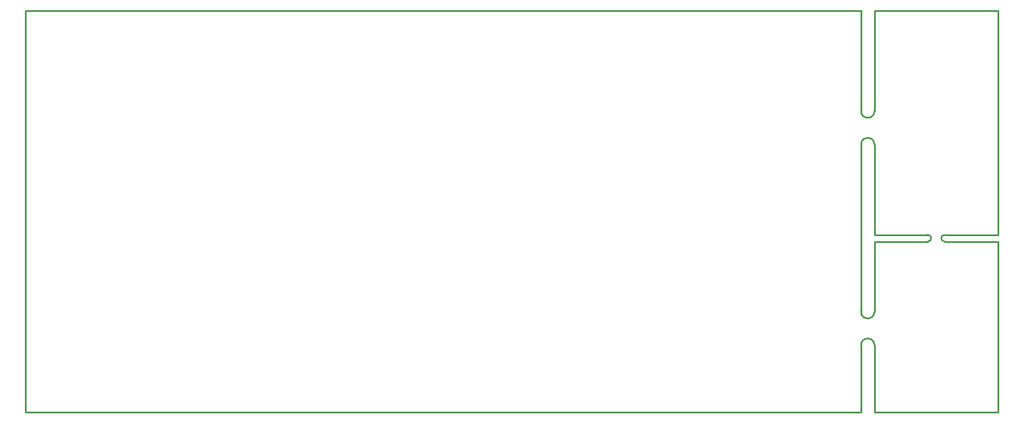
<source format=gko>
%FSLAX43Y43*%
%MOMM*%
G71*
G01*
G75*
%ADD10C,0.300*%
%ADD11R,1.600X1.800*%
%ADD12C,0.125*%
%ADD13R,1.800X1.600*%
%ADD14C,0.400*%
%ADD15C,1.000*%
%ADD16C,0.500*%
%ADD17C,0.600*%
%ADD18C,0.254*%
%ADD19C,1.500*%
%ADD20C,1.700*%
%ADD21R,1.500X1.500*%
%ADD22C,2.000*%
%ADD23R,2.000X2.000*%
%ADD24R,2.500X2.500*%
%ADD25C,2.500*%
%ADD26C,3.000*%
%ADD27R,1.700X1.700*%
%ADD28O,2.000X2.500*%
%ADD29R,2.000X2.500*%
%ADD30R,3.000X3.000*%
%ADD31C,6.000*%
%ADD32C,1.000*%
%ADD33C,1.100*%
%ADD34C,1.200*%
%ADD35C,1.270*%
%ADD36R,2.000X1.600*%
%ADD37R,0.300X1.600*%
%ADD38R,1.450X0.550*%
%ADD39R,0.850X1.300*%
%ADD40R,2.200X2.700*%
%ADD41C,0.075*%
%ADD42R,1.300X0.850*%
%ADD43R,3.000X4.000*%
%ADD44R,0.600X2.200*%
%ADD45R,3.000X1.500*%
%ADD46R,9.300X12.200*%
%ADD47R,2.000X1.500*%
%ADD48R,6.000X2.000*%
%ADD49R,1.803X2.003*%
%ADD50R,2.003X1.803*%
%ADD51C,1.703*%
%ADD52C,1.903*%
%ADD53R,1.703X1.703*%
%ADD54C,2.203*%
%ADD55R,2.203X2.203*%
%ADD56R,2.703X2.703*%
%ADD57C,2.703*%
%ADD58C,3.203*%
%ADD59R,1.903X1.903*%
%ADD60O,2.203X2.703*%
%ADD61R,2.203X2.703*%
%ADD62R,3.203X3.203*%
%ADD63C,6.203*%
%ADD64C,1.203*%
%ADD65C,1.303*%
%ADD66C,1.403*%
%ADD67C,1.473*%
%ADD68R,2.203X1.803*%
%ADD69R,0.503X1.803*%
%ADD70R,1.653X0.753*%
%ADD71R,1.053X1.503*%
%ADD72R,2.403X2.903*%
%ADD73R,1.503X1.053*%
%ADD74R,3.203X4.203*%
%ADD75R,0.803X2.403*%
%ADD76R,3.203X1.703*%
%ADD77R,9.503X12.403*%
%ADD78R,2.203X1.703*%
%ADD79R,6.203X2.203*%
D18*
X127000Y40000D02*
G03*
X125000Y40000I-1000J0D01*
G01*
Y45000D02*
G03*
X127000Y45000I1000J0D01*
G01*
Y10000D02*
G03*
X125000Y10000I-1000J0D01*
G01*
Y15000D02*
G03*
X127000Y15000I1000J0D01*
G01*
X137500Y26500D02*
G03*
X137500Y25500I0J-500D01*
G01*
X135000D02*
G03*
X135000Y26500I0J500D01*
G01*
X125025Y60000D02*
X125050Y59975D01*
X0Y0D02*
Y60000D01*
X125000Y45000D02*
Y60000D01*
Y15000D02*
Y40000D01*
Y0D02*
Y10000D01*
X0Y0D02*
X125000D01*
X0D02*
Y60000D01*
X125000D01*
X127000Y0D02*
Y10000D01*
Y15000D02*
Y25500D01*
X135000D01*
X137500D02*
X145500D01*
X127000Y0D02*
X145500D01*
X127000Y26500D02*
Y40000D01*
Y45000D02*
Y60000D01*
X145500D01*
Y26500D02*
Y60000D01*
X137500Y26500D02*
X145500D01*
Y0D02*
Y25500D01*
X127000Y26500D02*
X135000D01*
M02*

</source>
